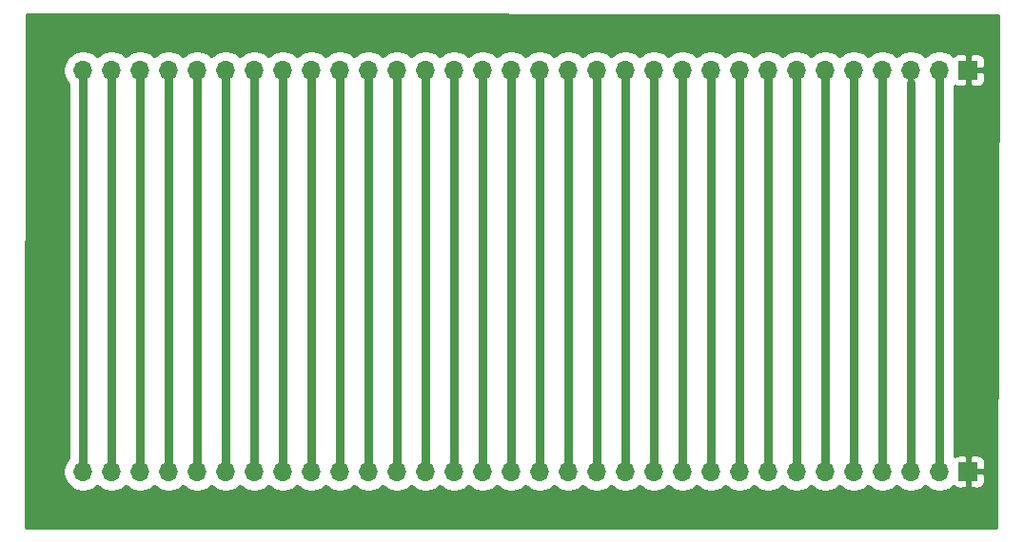
<source format=gbr>
G04 #@! TF.GenerationSoftware,KiCad,Pcbnew,5.1.5+dfsg1-2build2*
G04 #@! TF.CreationDate,2021-03-16T21:46:15-07:00*
G04 #@! TF.ProjectId,soldering-test,736f6c64-6572-4696-9e67-2d746573742e,rev?*
G04 #@! TF.SameCoordinates,Original*
G04 #@! TF.FileFunction,Copper,L1,Top*
G04 #@! TF.FilePolarity,Positive*
%FSLAX46Y46*%
G04 Gerber Fmt 4.6, Leading zero omitted, Abs format (unit mm)*
G04 Created by KiCad (PCBNEW 5.1.5+dfsg1-2build2) date 2021-03-16 21:46:15*
%MOMM*%
%LPD*%
G04 APERTURE LIST*
%ADD10R,1.700000X1.700000*%
%ADD11O,1.700000X1.700000*%
%ADD12C,0.800000*%
%ADD13C,0.250000*%
%ADD14C,0.254000*%
G04 APERTURE END LIST*
D10*
X96459040Y-17805400D03*
D11*
X93919040Y-17805400D03*
X91379040Y-17805400D03*
X88839040Y-17805400D03*
X86299040Y-17805400D03*
X83759040Y-17805400D03*
X81219040Y-17805400D03*
X78679040Y-17805400D03*
X76139040Y-17805400D03*
X73599040Y-17805400D03*
X71059040Y-17805400D03*
X68519040Y-17805400D03*
X65979040Y-17805400D03*
X63439040Y-17805400D03*
X60899040Y-17805400D03*
X58359040Y-17805400D03*
X55819040Y-17805400D03*
X53279040Y-17805400D03*
X50739040Y-17805400D03*
X48199040Y-17805400D03*
X45659040Y-17805400D03*
X43119040Y-17805400D03*
X40579040Y-17805400D03*
X38039040Y-17805400D03*
X35499040Y-17805400D03*
X32959040Y-17805400D03*
X30419040Y-17805400D03*
X27879040Y-17805400D03*
X25339040Y-17805400D03*
X22799040Y-17805400D03*
X20259040Y-17805400D03*
X17719040Y-17805400D03*
D10*
X96453960Y-53545740D03*
D11*
X93913960Y-53545740D03*
X91373960Y-53545740D03*
X88833960Y-53545740D03*
X86293960Y-53545740D03*
X83753960Y-53545740D03*
X81213960Y-53545740D03*
X78673960Y-53545740D03*
X76133960Y-53545740D03*
X73593960Y-53545740D03*
X71053960Y-53545740D03*
X68513960Y-53545740D03*
X65973960Y-53545740D03*
X63433960Y-53545740D03*
X60893960Y-53545740D03*
X58353960Y-53545740D03*
X55813960Y-53545740D03*
X53273960Y-53545740D03*
X50733960Y-53545740D03*
X48193960Y-53545740D03*
X45653960Y-53545740D03*
X43113960Y-53545740D03*
X40573960Y-53545740D03*
X38033960Y-53545740D03*
X35493960Y-53545740D03*
X32953960Y-53545740D03*
X30413960Y-53545740D03*
X27873960Y-53545740D03*
X25333960Y-53545740D03*
X22793960Y-53545740D03*
X20253960Y-53545740D03*
X17713960Y-53545740D03*
D12*
X17719040Y-53540660D02*
X17713960Y-53545740D01*
X17719040Y-17805400D02*
X17719040Y-53540660D01*
X20253960Y-17810480D02*
X20259040Y-17805400D01*
X20253960Y-53545740D02*
X20253960Y-17810480D01*
X22799040Y-53540660D02*
X22793960Y-53545740D01*
X22799040Y-17805400D02*
X22799040Y-53540660D01*
X25333960Y-17810480D02*
X25339040Y-17805400D01*
X25333960Y-53545740D02*
X25333960Y-17810480D01*
X27879040Y-53540660D02*
X27873960Y-53545740D01*
X27879040Y-17805400D02*
X27879040Y-53540660D01*
X30413960Y-17810480D02*
X30419040Y-17805400D01*
X30413960Y-53545740D02*
X30413960Y-17810480D01*
X32959040Y-53540660D02*
X32953960Y-53545740D01*
X32959040Y-17805400D02*
X32959040Y-53540660D01*
X35493960Y-17810480D02*
X35499040Y-17805400D01*
X35493960Y-53545740D02*
X35493960Y-17810480D01*
X38039040Y-53540660D02*
X38033960Y-53545740D01*
X38039040Y-17805400D02*
X38039040Y-53540660D01*
X40573960Y-17810480D02*
X40579040Y-17805400D01*
X40573960Y-53545740D02*
X40573960Y-17810480D01*
X43119040Y-53540660D02*
X43113960Y-53545740D01*
X43119040Y-17805400D02*
X43119040Y-53540660D01*
X45653960Y-17810480D02*
X45659040Y-17805400D01*
X45653960Y-53545740D02*
X45653960Y-17810480D01*
X48199040Y-53540660D02*
X48193960Y-53545740D01*
X48199040Y-17805400D02*
X48199040Y-53540660D01*
X50733960Y-17810480D02*
X50739040Y-17805400D01*
X50733960Y-53545740D02*
X50733960Y-17810480D01*
X53279040Y-53540660D02*
X53273960Y-53545740D01*
X53279040Y-17805400D02*
X53279040Y-53540660D01*
X55813960Y-17810480D02*
X55819040Y-17805400D01*
X55813960Y-53545740D02*
X55813960Y-17810480D01*
X58359040Y-53540660D02*
X58353960Y-53545740D01*
X58359040Y-17805400D02*
X58359040Y-53540660D01*
X60893960Y-17810480D02*
X60899040Y-17805400D01*
X60893960Y-53545740D02*
X60893960Y-17810480D01*
X63439040Y-53540660D02*
X63433960Y-53545740D01*
X63439040Y-17805400D02*
X63439040Y-53540660D01*
X65973960Y-17810480D02*
X65979040Y-17805400D01*
X65973960Y-53545740D02*
X65973960Y-17810480D01*
X68519040Y-53540660D02*
X68513960Y-53545740D01*
X68519040Y-17805400D02*
X68519040Y-53540660D01*
X71053960Y-17810480D02*
X71059040Y-17805400D01*
X71053960Y-53545740D02*
X71053960Y-17810480D01*
X73599040Y-53540660D02*
X73593960Y-53545740D01*
X73599040Y-17805400D02*
X73599040Y-53540660D01*
X76133960Y-17810480D02*
X76139040Y-17805400D01*
X76133960Y-53545740D02*
X76133960Y-17810480D01*
X78679040Y-53540660D02*
X78673960Y-53545740D01*
X78679040Y-17805400D02*
X78679040Y-53540660D01*
X81213960Y-17810480D02*
X81219040Y-17805400D01*
X81213960Y-53545740D02*
X81213960Y-17810480D01*
X83759040Y-53540660D02*
X83753960Y-53545740D01*
X83759040Y-17805400D02*
X83759040Y-53540660D01*
X86293960Y-17810480D02*
X86299040Y-17805400D01*
X86293960Y-53545740D02*
X86293960Y-17810480D01*
X88839040Y-53540660D02*
X88833960Y-53545740D01*
X88839040Y-17805400D02*
X88839040Y-53540660D01*
X91373960Y-53545740D02*
X91373960Y-18900140D01*
X93919040Y-53540660D02*
X93913960Y-53545740D01*
X93919040Y-17805400D02*
X93919040Y-53540660D01*
D13*
X96459040Y-53540660D02*
X96453960Y-53545740D01*
X96459040Y-17805400D02*
X96459040Y-53540660D01*
D14*
G36*
X99161185Y-12918254D02*
G01*
X99012155Y-58536840D01*
X12621569Y-58536840D01*
X12634120Y-53370721D01*
X15936960Y-53370721D01*
X15936960Y-53720759D01*
X16005249Y-54064072D01*
X16139203Y-54387465D01*
X16333674Y-54678511D01*
X16581189Y-54926026D01*
X16872235Y-55120497D01*
X17195628Y-55254451D01*
X17538941Y-55322740D01*
X17888979Y-55322740D01*
X18232292Y-55254451D01*
X18555685Y-55120497D01*
X18846731Y-54926026D01*
X18983960Y-54788797D01*
X19121189Y-54926026D01*
X19412235Y-55120497D01*
X19735628Y-55254451D01*
X20078941Y-55322740D01*
X20428979Y-55322740D01*
X20772292Y-55254451D01*
X21095685Y-55120497D01*
X21386731Y-54926026D01*
X21523960Y-54788797D01*
X21661189Y-54926026D01*
X21952235Y-55120497D01*
X22275628Y-55254451D01*
X22618941Y-55322740D01*
X22968979Y-55322740D01*
X23312292Y-55254451D01*
X23635685Y-55120497D01*
X23926731Y-54926026D01*
X24063960Y-54788797D01*
X24201189Y-54926026D01*
X24492235Y-55120497D01*
X24815628Y-55254451D01*
X25158941Y-55322740D01*
X25508979Y-55322740D01*
X25852292Y-55254451D01*
X26175685Y-55120497D01*
X26466731Y-54926026D01*
X26603960Y-54788797D01*
X26741189Y-54926026D01*
X27032235Y-55120497D01*
X27355628Y-55254451D01*
X27698941Y-55322740D01*
X28048979Y-55322740D01*
X28392292Y-55254451D01*
X28715685Y-55120497D01*
X29006731Y-54926026D01*
X29143960Y-54788797D01*
X29281189Y-54926026D01*
X29572235Y-55120497D01*
X29895628Y-55254451D01*
X30238941Y-55322740D01*
X30588979Y-55322740D01*
X30932292Y-55254451D01*
X31255685Y-55120497D01*
X31546731Y-54926026D01*
X31683960Y-54788797D01*
X31821189Y-54926026D01*
X32112235Y-55120497D01*
X32435628Y-55254451D01*
X32778941Y-55322740D01*
X33128979Y-55322740D01*
X33472292Y-55254451D01*
X33795685Y-55120497D01*
X34086731Y-54926026D01*
X34223960Y-54788797D01*
X34361189Y-54926026D01*
X34652235Y-55120497D01*
X34975628Y-55254451D01*
X35318941Y-55322740D01*
X35668979Y-55322740D01*
X36012292Y-55254451D01*
X36335685Y-55120497D01*
X36626731Y-54926026D01*
X36763960Y-54788797D01*
X36901189Y-54926026D01*
X37192235Y-55120497D01*
X37515628Y-55254451D01*
X37858941Y-55322740D01*
X38208979Y-55322740D01*
X38552292Y-55254451D01*
X38875685Y-55120497D01*
X39166731Y-54926026D01*
X39303960Y-54788797D01*
X39441189Y-54926026D01*
X39732235Y-55120497D01*
X40055628Y-55254451D01*
X40398941Y-55322740D01*
X40748979Y-55322740D01*
X41092292Y-55254451D01*
X41415685Y-55120497D01*
X41706731Y-54926026D01*
X41843960Y-54788797D01*
X41981189Y-54926026D01*
X42272235Y-55120497D01*
X42595628Y-55254451D01*
X42938941Y-55322740D01*
X43288979Y-55322740D01*
X43632292Y-55254451D01*
X43955685Y-55120497D01*
X44246731Y-54926026D01*
X44383960Y-54788797D01*
X44521189Y-54926026D01*
X44812235Y-55120497D01*
X45135628Y-55254451D01*
X45478941Y-55322740D01*
X45828979Y-55322740D01*
X46172292Y-55254451D01*
X46495685Y-55120497D01*
X46786731Y-54926026D01*
X46923960Y-54788797D01*
X47061189Y-54926026D01*
X47352235Y-55120497D01*
X47675628Y-55254451D01*
X48018941Y-55322740D01*
X48368979Y-55322740D01*
X48712292Y-55254451D01*
X49035685Y-55120497D01*
X49326731Y-54926026D01*
X49463960Y-54788797D01*
X49601189Y-54926026D01*
X49892235Y-55120497D01*
X50215628Y-55254451D01*
X50558941Y-55322740D01*
X50908979Y-55322740D01*
X51252292Y-55254451D01*
X51575685Y-55120497D01*
X51866731Y-54926026D01*
X52003960Y-54788797D01*
X52141189Y-54926026D01*
X52432235Y-55120497D01*
X52755628Y-55254451D01*
X53098941Y-55322740D01*
X53448979Y-55322740D01*
X53792292Y-55254451D01*
X54115685Y-55120497D01*
X54406731Y-54926026D01*
X54543960Y-54788797D01*
X54681189Y-54926026D01*
X54972235Y-55120497D01*
X55295628Y-55254451D01*
X55638941Y-55322740D01*
X55988979Y-55322740D01*
X56332292Y-55254451D01*
X56655685Y-55120497D01*
X56946731Y-54926026D01*
X57083960Y-54788797D01*
X57221189Y-54926026D01*
X57512235Y-55120497D01*
X57835628Y-55254451D01*
X58178941Y-55322740D01*
X58528979Y-55322740D01*
X58872292Y-55254451D01*
X59195685Y-55120497D01*
X59486731Y-54926026D01*
X59623960Y-54788797D01*
X59761189Y-54926026D01*
X60052235Y-55120497D01*
X60375628Y-55254451D01*
X60718941Y-55322740D01*
X61068979Y-55322740D01*
X61412292Y-55254451D01*
X61735685Y-55120497D01*
X62026731Y-54926026D01*
X62163960Y-54788797D01*
X62301189Y-54926026D01*
X62592235Y-55120497D01*
X62915628Y-55254451D01*
X63258941Y-55322740D01*
X63608979Y-55322740D01*
X63952292Y-55254451D01*
X64275685Y-55120497D01*
X64566731Y-54926026D01*
X64703960Y-54788797D01*
X64841189Y-54926026D01*
X65132235Y-55120497D01*
X65455628Y-55254451D01*
X65798941Y-55322740D01*
X66148979Y-55322740D01*
X66492292Y-55254451D01*
X66815685Y-55120497D01*
X67106731Y-54926026D01*
X67243960Y-54788797D01*
X67381189Y-54926026D01*
X67672235Y-55120497D01*
X67995628Y-55254451D01*
X68338941Y-55322740D01*
X68688979Y-55322740D01*
X69032292Y-55254451D01*
X69355685Y-55120497D01*
X69646731Y-54926026D01*
X69783960Y-54788797D01*
X69921189Y-54926026D01*
X70212235Y-55120497D01*
X70535628Y-55254451D01*
X70878941Y-55322740D01*
X71228979Y-55322740D01*
X71572292Y-55254451D01*
X71895685Y-55120497D01*
X72186731Y-54926026D01*
X72323960Y-54788797D01*
X72461189Y-54926026D01*
X72752235Y-55120497D01*
X73075628Y-55254451D01*
X73418941Y-55322740D01*
X73768979Y-55322740D01*
X74112292Y-55254451D01*
X74435685Y-55120497D01*
X74726731Y-54926026D01*
X74863960Y-54788797D01*
X75001189Y-54926026D01*
X75292235Y-55120497D01*
X75615628Y-55254451D01*
X75958941Y-55322740D01*
X76308979Y-55322740D01*
X76652292Y-55254451D01*
X76975685Y-55120497D01*
X77266731Y-54926026D01*
X77403960Y-54788797D01*
X77541189Y-54926026D01*
X77832235Y-55120497D01*
X78155628Y-55254451D01*
X78498941Y-55322740D01*
X78848979Y-55322740D01*
X79192292Y-55254451D01*
X79515685Y-55120497D01*
X79806731Y-54926026D01*
X79943960Y-54788797D01*
X80081189Y-54926026D01*
X80372235Y-55120497D01*
X80695628Y-55254451D01*
X81038941Y-55322740D01*
X81388979Y-55322740D01*
X81732292Y-55254451D01*
X82055685Y-55120497D01*
X82346731Y-54926026D01*
X82483960Y-54788797D01*
X82621189Y-54926026D01*
X82912235Y-55120497D01*
X83235628Y-55254451D01*
X83578941Y-55322740D01*
X83928979Y-55322740D01*
X84272292Y-55254451D01*
X84595685Y-55120497D01*
X84886731Y-54926026D01*
X85023960Y-54788797D01*
X85161189Y-54926026D01*
X85452235Y-55120497D01*
X85775628Y-55254451D01*
X86118941Y-55322740D01*
X86468979Y-55322740D01*
X86812292Y-55254451D01*
X87135685Y-55120497D01*
X87426731Y-54926026D01*
X87563960Y-54788797D01*
X87701189Y-54926026D01*
X87992235Y-55120497D01*
X88315628Y-55254451D01*
X88658941Y-55322740D01*
X89008979Y-55322740D01*
X89352292Y-55254451D01*
X89675685Y-55120497D01*
X89966731Y-54926026D01*
X90103960Y-54788797D01*
X90241189Y-54926026D01*
X90532235Y-55120497D01*
X90855628Y-55254451D01*
X91198941Y-55322740D01*
X91548979Y-55322740D01*
X91892292Y-55254451D01*
X92215685Y-55120497D01*
X92506731Y-54926026D01*
X92643960Y-54788797D01*
X92781189Y-54926026D01*
X93072235Y-55120497D01*
X93395628Y-55254451D01*
X93738941Y-55322740D01*
X94088979Y-55322740D01*
X94432292Y-55254451D01*
X94755685Y-55120497D01*
X95046731Y-54926026D01*
X95140630Y-54832127D01*
X95152775Y-54846925D01*
X95249466Y-54926277D01*
X95359780Y-54985242D01*
X95479478Y-55021552D01*
X95603960Y-55033812D01*
X96168210Y-55030740D01*
X96326960Y-54871990D01*
X96326960Y-53672740D01*
X96580960Y-53672740D01*
X96580960Y-54871990D01*
X96739710Y-55030740D01*
X97303960Y-55033812D01*
X97428442Y-55021552D01*
X97548140Y-54985242D01*
X97658454Y-54926277D01*
X97755145Y-54846925D01*
X97834497Y-54750234D01*
X97893462Y-54639920D01*
X97929772Y-54520222D01*
X97942032Y-54395740D01*
X97938960Y-53831490D01*
X97780210Y-53672740D01*
X96580960Y-53672740D01*
X96326960Y-53672740D01*
X96306960Y-53672740D01*
X96306960Y-53418740D01*
X96326960Y-53418740D01*
X96326960Y-52219490D01*
X96580960Y-52219490D01*
X96580960Y-53418740D01*
X97780210Y-53418740D01*
X97938960Y-53259990D01*
X97942032Y-52695740D01*
X97929772Y-52571258D01*
X97893462Y-52451560D01*
X97834497Y-52341246D01*
X97755145Y-52244555D01*
X97658454Y-52165203D01*
X97548140Y-52106238D01*
X97428442Y-52069928D01*
X97303960Y-52057668D01*
X96739710Y-52060740D01*
X96580960Y-52219490D01*
X96326960Y-52219490D01*
X96168210Y-52060740D01*
X95603960Y-52057668D01*
X95479478Y-52069928D01*
X95359780Y-52106238D01*
X95249466Y-52165203D01*
X95246040Y-52168015D01*
X95246040Y-19178956D01*
X95254546Y-19185937D01*
X95364860Y-19244902D01*
X95484558Y-19281212D01*
X95609040Y-19293472D01*
X96173290Y-19290400D01*
X96332040Y-19131650D01*
X96332040Y-17932400D01*
X96586040Y-17932400D01*
X96586040Y-19131650D01*
X96744790Y-19290400D01*
X97309040Y-19293472D01*
X97433522Y-19281212D01*
X97553220Y-19244902D01*
X97663534Y-19185937D01*
X97760225Y-19106585D01*
X97839577Y-19009894D01*
X97898542Y-18899580D01*
X97934852Y-18779882D01*
X97947112Y-18655400D01*
X97944040Y-18091150D01*
X97785290Y-17932400D01*
X96586040Y-17932400D01*
X96332040Y-17932400D01*
X96312040Y-17932400D01*
X96312040Y-17678400D01*
X96332040Y-17678400D01*
X96332040Y-16479150D01*
X96586040Y-16479150D01*
X96586040Y-17678400D01*
X97785290Y-17678400D01*
X97944040Y-17519650D01*
X97947112Y-16955400D01*
X97934852Y-16830918D01*
X97898542Y-16711220D01*
X97839577Y-16600906D01*
X97760225Y-16504215D01*
X97663534Y-16424863D01*
X97553220Y-16365898D01*
X97433522Y-16329588D01*
X97309040Y-16317328D01*
X96744790Y-16320400D01*
X96586040Y-16479150D01*
X96332040Y-16479150D01*
X96173290Y-16320400D01*
X95609040Y-16317328D01*
X95484558Y-16329588D01*
X95364860Y-16365898D01*
X95254546Y-16424863D01*
X95157855Y-16504215D01*
X95145710Y-16519013D01*
X95051811Y-16425114D01*
X94760765Y-16230643D01*
X94437372Y-16096689D01*
X94094059Y-16028400D01*
X93744021Y-16028400D01*
X93400708Y-16096689D01*
X93077315Y-16230643D01*
X92786269Y-16425114D01*
X92649040Y-16562343D01*
X92511811Y-16425114D01*
X92220765Y-16230643D01*
X91897372Y-16096689D01*
X91554059Y-16028400D01*
X91204021Y-16028400D01*
X90860708Y-16096689D01*
X90537315Y-16230643D01*
X90246269Y-16425114D01*
X90109040Y-16562343D01*
X89971811Y-16425114D01*
X89680765Y-16230643D01*
X89357372Y-16096689D01*
X89014059Y-16028400D01*
X88664021Y-16028400D01*
X88320708Y-16096689D01*
X87997315Y-16230643D01*
X87706269Y-16425114D01*
X87569040Y-16562343D01*
X87431811Y-16425114D01*
X87140765Y-16230643D01*
X86817372Y-16096689D01*
X86474059Y-16028400D01*
X86124021Y-16028400D01*
X85780708Y-16096689D01*
X85457315Y-16230643D01*
X85166269Y-16425114D01*
X85029040Y-16562343D01*
X84891811Y-16425114D01*
X84600765Y-16230643D01*
X84277372Y-16096689D01*
X83934059Y-16028400D01*
X83584021Y-16028400D01*
X83240708Y-16096689D01*
X82917315Y-16230643D01*
X82626269Y-16425114D01*
X82489040Y-16562343D01*
X82351811Y-16425114D01*
X82060765Y-16230643D01*
X81737372Y-16096689D01*
X81394059Y-16028400D01*
X81044021Y-16028400D01*
X80700708Y-16096689D01*
X80377315Y-16230643D01*
X80086269Y-16425114D01*
X79949040Y-16562343D01*
X79811811Y-16425114D01*
X79520765Y-16230643D01*
X79197372Y-16096689D01*
X78854059Y-16028400D01*
X78504021Y-16028400D01*
X78160708Y-16096689D01*
X77837315Y-16230643D01*
X77546269Y-16425114D01*
X77409040Y-16562343D01*
X77271811Y-16425114D01*
X76980765Y-16230643D01*
X76657372Y-16096689D01*
X76314059Y-16028400D01*
X75964021Y-16028400D01*
X75620708Y-16096689D01*
X75297315Y-16230643D01*
X75006269Y-16425114D01*
X74869040Y-16562343D01*
X74731811Y-16425114D01*
X74440765Y-16230643D01*
X74117372Y-16096689D01*
X73774059Y-16028400D01*
X73424021Y-16028400D01*
X73080708Y-16096689D01*
X72757315Y-16230643D01*
X72466269Y-16425114D01*
X72329040Y-16562343D01*
X72191811Y-16425114D01*
X71900765Y-16230643D01*
X71577372Y-16096689D01*
X71234059Y-16028400D01*
X70884021Y-16028400D01*
X70540708Y-16096689D01*
X70217315Y-16230643D01*
X69926269Y-16425114D01*
X69789040Y-16562343D01*
X69651811Y-16425114D01*
X69360765Y-16230643D01*
X69037372Y-16096689D01*
X68694059Y-16028400D01*
X68344021Y-16028400D01*
X68000708Y-16096689D01*
X67677315Y-16230643D01*
X67386269Y-16425114D01*
X67249040Y-16562343D01*
X67111811Y-16425114D01*
X66820765Y-16230643D01*
X66497372Y-16096689D01*
X66154059Y-16028400D01*
X65804021Y-16028400D01*
X65460708Y-16096689D01*
X65137315Y-16230643D01*
X64846269Y-16425114D01*
X64709040Y-16562343D01*
X64571811Y-16425114D01*
X64280765Y-16230643D01*
X63957372Y-16096689D01*
X63614059Y-16028400D01*
X63264021Y-16028400D01*
X62920708Y-16096689D01*
X62597315Y-16230643D01*
X62306269Y-16425114D01*
X62169040Y-16562343D01*
X62031811Y-16425114D01*
X61740765Y-16230643D01*
X61417372Y-16096689D01*
X61074059Y-16028400D01*
X60724021Y-16028400D01*
X60380708Y-16096689D01*
X60057315Y-16230643D01*
X59766269Y-16425114D01*
X59629040Y-16562343D01*
X59491811Y-16425114D01*
X59200765Y-16230643D01*
X58877372Y-16096689D01*
X58534059Y-16028400D01*
X58184021Y-16028400D01*
X57840708Y-16096689D01*
X57517315Y-16230643D01*
X57226269Y-16425114D01*
X57089040Y-16562343D01*
X56951811Y-16425114D01*
X56660765Y-16230643D01*
X56337372Y-16096689D01*
X55994059Y-16028400D01*
X55644021Y-16028400D01*
X55300708Y-16096689D01*
X54977315Y-16230643D01*
X54686269Y-16425114D01*
X54549040Y-16562343D01*
X54411811Y-16425114D01*
X54120765Y-16230643D01*
X53797372Y-16096689D01*
X53454059Y-16028400D01*
X53104021Y-16028400D01*
X52760708Y-16096689D01*
X52437315Y-16230643D01*
X52146269Y-16425114D01*
X52009040Y-16562343D01*
X51871811Y-16425114D01*
X51580765Y-16230643D01*
X51257372Y-16096689D01*
X50914059Y-16028400D01*
X50564021Y-16028400D01*
X50220708Y-16096689D01*
X49897315Y-16230643D01*
X49606269Y-16425114D01*
X49469040Y-16562343D01*
X49331811Y-16425114D01*
X49040765Y-16230643D01*
X48717372Y-16096689D01*
X48374059Y-16028400D01*
X48024021Y-16028400D01*
X47680708Y-16096689D01*
X47357315Y-16230643D01*
X47066269Y-16425114D01*
X46929040Y-16562343D01*
X46791811Y-16425114D01*
X46500765Y-16230643D01*
X46177372Y-16096689D01*
X45834059Y-16028400D01*
X45484021Y-16028400D01*
X45140708Y-16096689D01*
X44817315Y-16230643D01*
X44526269Y-16425114D01*
X44389040Y-16562343D01*
X44251811Y-16425114D01*
X43960765Y-16230643D01*
X43637372Y-16096689D01*
X43294059Y-16028400D01*
X42944021Y-16028400D01*
X42600708Y-16096689D01*
X42277315Y-16230643D01*
X41986269Y-16425114D01*
X41849040Y-16562343D01*
X41711811Y-16425114D01*
X41420765Y-16230643D01*
X41097372Y-16096689D01*
X40754059Y-16028400D01*
X40404021Y-16028400D01*
X40060708Y-16096689D01*
X39737315Y-16230643D01*
X39446269Y-16425114D01*
X39309040Y-16562343D01*
X39171811Y-16425114D01*
X38880765Y-16230643D01*
X38557372Y-16096689D01*
X38214059Y-16028400D01*
X37864021Y-16028400D01*
X37520708Y-16096689D01*
X37197315Y-16230643D01*
X36906269Y-16425114D01*
X36769040Y-16562343D01*
X36631811Y-16425114D01*
X36340765Y-16230643D01*
X36017372Y-16096689D01*
X35674059Y-16028400D01*
X35324021Y-16028400D01*
X34980708Y-16096689D01*
X34657315Y-16230643D01*
X34366269Y-16425114D01*
X34229040Y-16562343D01*
X34091811Y-16425114D01*
X33800765Y-16230643D01*
X33477372Y-16096689D01*
X33134059Y-16028400D01*
X32784021Y-16028400D01*
X32440708Y-16096689D01*
X32117315Y-16230643D01*
X31826269Y-16425114D01*
X31689040Y-16562343D01*
X31551811Y-16425114D01*
X31260765Y-16230643D01*
X30937372Y-16096689D01*
X30594059Y-16028400D01*
X30244021Y-16028400D01*
X29900708Y-16096689D01*
X29577315Y-16230643D01*
X29286269Y-16425114D01*
X29149040Y-16562343D01*
X29011811Y-16425114D01*
X28720765Y-16230643D01*
X28397372Y-16096689D01*
X28054059Y-16028400D01*
X27704021Y-16028400D01*
X27360708Y-16096689D01*
X27037315Y-16230643D01*
X26746269Y-16425114D01*
X26609040Y-16562343D01*
X26471811Y-16425114D01*
X26180765Y-16230643D01*
X25857372Y-16096689D01*
X25514059Y-16028400D01*
X25164021Y-16028400D01*
X24820708Y-16096689D01*
X24497315Y-16230643D01*
X24206269Y-16425114D01*
X24069040Y-16562343D01*
X23931811Y-16425114D01*
X23640765Y-16230643D01*
X23317372Y-16096689D01*
X22974059Y-16028400D01*
X22624021Y-16028400D01*
X22280708Y-16096689D01*
X21957315Y-16230643D01*
X21666269Y-16425114D01*
X21529040Y-16562343D01*
X21391811Y-16425114D01*
X21100765Y-16230643D01*
X20777372Y-16096689D01*
X20434059Y-16028400D01*
X20084021Y-16028400D01*
X19740708Y-16096689D01*
X19417315Y-16230643D01*
X19126269Y-16425114D01*
X18989040Y-16562343D01*
X18851811Y-16425114D01*
X18560765Y-16230643D01*
X18237372Y-16096689D01*
X17894059Y-16028400D01*
X17544021Y-16028400D01*
X17200708Y-16096689D01*
X16877315Y-16230643D01*
X16586269Y-16425114D01*
X16338754Y-16672629D01*
X16144283Y-16963675D01*
X16010329Y-17287068D01*
X15942040Y-17630381D01*
X15942040Y-17980419D01*
X16010329Y-18323732D01*
X16144283Y-18647125D01*
X16338754Y-18938171D01*
X16392040Y-18991457D01*
X16392041Y-52354602D01*
X16333674Y-52412969D01*
X16139203Y-52704015D01*
X16005249Y-53027408D01*
X15936960Y-53370721D01*
X12634120Y-53370721D01*
X12732712Y-12791626D01*
X99161185Y-12918254D01*
G37*
X99161185Y-12918254D02*
X99012155Y-58536840D01*
X12621569Y-58536840D01*
X12634120Y-53370721D01*
X15936960Y-53370721D01*
X15936960Y-53720759D01*
X16005249Y-54064072D01*
X16139203Y-54387465D01*
X16333674Y-54678511D01*
X16581189Y-54926026D01*
X16872235Y-55120497D01*
X17195628Y-55254451D01*
X17538941Y-55322740D01*
X17888979Y-55322740D01*
X18232292Y-55254451D01*
X18555685Y-55120497D01*
X18846731Y-54926026D01*
X18983960Y-54788797D01*
X19121189Y-54926026D01*
X19412235Y-55120497D01*
X19735628Y-55254451D01*
X20078941Y-55322740D01*
X20428979Y-55322740D01*
X20772292Y-55254451D01*
X21095685Y-55120497D01*
X21386731Y-54926026D01*
X21523960Y-54788797D01*
X21661189Y-54926026D01*
X21952235Y-55120497D01*
X22275628Y-55254451D01*
X22618941Y-55322740D01*
X22968979Y-55322740D01*
X23312292Y-55254451D01*
X23635685Y-55120497D01*
X23926731Y-54926026D01*
X24063960Y-54788797D01*
X24201189Y-54926026D01*
X24492235Y-55120497D01*
X24815628Y-55254451D01*
X25158941Y-55322740D01*
X25508979Y-55322740D01*
X25852292Y-55254451D01*
X26175685Y-55120497D01*
X26466731Y-54926026D01*
X26603960Y-54788797D01*
X26741189Y-54926026D01*
X27032235Y-55120497D01*
X27355628Y-55254451D01*
X27698941Y-55322740D01*
X28048979Y-55322740D01*
X28392292Y-55254451D01*
X28715685Y-55120497D01*
X29006731Y-54926026D01*
X29143960Y-54788797D01*
X29281189Y-54926026D01*
X29572235Y-55120497D01*
X29895628Y-55254451D01*
X30238941Y-55322740D01*
X30588979Y-55322740D01*
X30932292Y-55254451D01*
X31255685Y-55120497D01*
X31546731Y-54926026D01*
X31683960Y-54788797D01*
X31821189Y-54926026D01*
X32112235Y-55120497D01*
X32435628Y-55254451D01*
X32778941Y-55322740D01*
X33128979Y-55322740D01*
X33472292Y-55254451D01*
X33795685Y-55120497D01*
X34086731Y-54926026D01*
X34223960Y-54788797D01*
X34361189Y-54926026D01*
X34652235Y-55120497D01*
X34975628Y-55254451D01*
X35318941Y-55322740D01*
X35668979Y-55322740D01*
X36012292Y-55254451D01*
X36335685Y-55120497D01*
X36626731Y-54926026D01*
X36763960Y-54788797D01*
X36901189Y-54926026D01*
X37192235Y-55120497D01*
X37515628Y-55254451D01*
X37858941Y-55322740D01*
X38208979Y-55322740D01*
X38552292Y-55254451D01*
X38875685Y-55120497D01*
X39166731Y-54926026D01*
X39303960Y-54788797D01*
X39441189Y-54926026D01*
X39732235Y-55120497D01*
X40055628Y-55254451D01*
X40398941Y-55322740D01*
X40748979Y-55322740D01*
X41092292Y-55254451D01*
X41415685Y-55120497D01*
X41706731Y-54926026D01*
X41843960Y-54788797D01*
X41981189Y-54926026D01*
X42272235Y-55120497D01*
X42595628Y-55254451D01*
X42938941Y-55322740D01*
X43288979Y-55322740D01*
X43632292Y-55254451D01*
X43955685Y-55120497D01*
X44246731Y-54926026D01*
X44383960Y-54788797D01*
X44521189Y-54926026D01*
X44812235Y-55120497D01*
X45135628Y-55254451D01*
X45478941Y-55322740D01*
X45828979Y-55322740D01*
X46172292Y-55254451D01*
X46495685Y-55120497D01*
X46786731Y-54926026D01*
X46923960Y-54788797D01*
X47061189Y-54926026D01*
X47352235Y-55120497D01*
X47675628Y-55254451D01*
X48018941Y-55322740D01*
X48368979Y-55322740D01*
X48712292Y-55254451D01*
X49035685Y-55120497D01*
X49326731Y-54926026D01*
X49463960Y-54788797D01*
X49601189Y-54926026D01*
X49892235Y-55120497D01*
X50215628Y-55254451D01*
X50558941Y-55322740D01*
X50908979Y-55322740D01*
X51252292Y-55254451D01*
X51575685Y-55120497D01*
X51866731Y-54926026D01*
X52003960Y-54788797D01*
X52141189Y-54926026D01*
X52432235Y-55120497D01*
X52755628Y-55254451D01*
X53098941Y-55322740D01*
X53448979Y-55322740D01*
X53792292Y-55254451D01*
X54115685Y-55120497D01*
X54406731Y-54926026D01*
X54543960Y-54788797D01*
X54681189Y-54926026D01*
X54972235Y-55120497D01*
X55295628Y-55254451D01*
X55638941Y-55322740D01*
X55988979Y-55322740D01*
X56332292Y-55254451D01*
X56655685Y-55120497D01*
X56946731Y-54926026D01*
X57083960Y-54788797D01*
X57221189Y-54926026D01*
X57512235Y-55120497D01*
X57835628Y-55254451D01*
X58178941Y-55322740D01*
X58528979Y-55322740D01*
X58872292Y-55254451D01*
X59195685Y-55120497D01*
X59486731Y-54926026D01*
X59623960Y-54788797D01*
X59761189Y-54926026D01*
X60052235Y-55120497D01*
X60375628Y-55254451D01*
X60718941Y-55322740D01*
X61068979Y-55322740D01*
X61412292Y-55254451D01*
X61735685Y-55120497D01*
X62026731Y-54926026D01*
X62163960Y-54788797D01*
X62301189Y-54926026D01*
X62592235Y-55120497D01*
X62915628Y-55254451D01*
X63258941Y-55322740D01*
X63608979Y-55322740D01*
X63952292Y-55254451D01*
X64275685Y-55120497D01*
X64566731Y-54926026D01*
X64703960Y-54788797D01*
X64841189Y-54926026D01*
X65132235Y-55120497D01*
X65455628Y-55254451D01*
X65798941Y-55322740D01*
X66148979Y-55322740D01*
X66492292Y-55254451D01*
X66815685Y-55120497D01*
X67106731Y-54926026D01*
X67243960Y-54788797D01*
X67381189Y-54926026D01*
X67672235Y-55120497D01*
X67995628Y-55254451D01*
X68338941Y-55322740D01*
X68688979Y-55322740D01*
X69032292Y-55254451D01*
X69355685Y-55120497D01*
X69646731Y-54926026D01*
X69783960Y-54788797D01*
X69921189Y-54926026D01*
X70212235Y-55120497D01*
X70535628Y-55254451D01*
X70878941Y-55322740D01*
X71228979Y-55322740D01*
X71572292Y-55254451D01*
X71895685Y-55120497D01*
X72186731Y-54926026D01*
X72323960Y-54788797D01*
X72461189Y-54926026D01*
X72752235Y-55120497D01*
X73075628Y-55254451D01*
X73418941Y-55322740D01*
X73768979Y-55322740D01*
X74112292Y-55254451D01*
X74435685Y-55120497D01*
X74726731Y-54926026D01*
X74863960Y-54788797D01*
X75001189Y-54926026D01*
X75292235Y-55120497D01*
X75615628Y-55254451D01*
X75958941Y-55322740D01*
X76308979Y-55322740D01*
X76652292Y-55254451D01*
X76975685Y-55120497D01*
X77266731Y-54926026D01*
X77403960Y-54788797D01*
X77541189Y-54926026D01*
X77832235Y-55120497D01*
X78155628Y-55254451D01*
X78498941Y-55322740D01*
X78848979Y-55322740D01*
X79192292Y-55254451D01*
X79515685Y-55120497D01*
X79806731Y-54926026D01*
X79943960Y-54788797D01*
X80081189Y-54926026D01*
X80372235Y-55120497D01*
X80695628Y-55254451D01*
X81038941Y-55322740D01*
X81388979Y-55322740D01*
X81732292Y-55254451D01*
X82055685Y-55120497D01*
X82346731Y-54926026D01*
X82483960Y-54788797D01*
X82621189Y-54926026D01*
X82912235Y-55120497D01*
X83235628Y-55254451D01*
X83578941Y-55322740D01*
X83928979Y-55322740D01*
X84272292Y-55254451D01*
X84595685Y-55120497D01*
X84886731Y-54926026D01*
X85023960Y-54788797D01*
X85161189Y-54926026D01*
X85452235Y-55120497D01*
X85775628Y-55254451D01*
X86118941Y-55322740D01*
X86468979Y-55322740D01*
X86812292Y-55254451D01*
X87135685Y-55120497D01*
X87426731Y-54926026D01*
X87563960Y-54788797D01*
X87701189Y-54926026D01*
X87992235Y-55120497D01*
X88315628Y-55254451D01*
X88658941Y-55322740D01*
X89008979Y-55322740D01*
X89352292Y-55254451D01*
X89675685Y-55120497D01*
X89966731Y-54926026D01*
X90103960Y-54788797D01*
X90241189Y-54926026D01*
X90532235Y-55120497D01*
X90855628Y-55254451D01*
X91198941Y-55322740D01*
X91548979Y-55322740D01*
X91892292Y-55254451D01*
X92215685Y-55120497D01*
X92506731Y-54926026D01*
X92643960Y-54788797D01*
X92781189Y-54926026D01*
X93072235Y-55120497D01*
X93395628Y-55254451D01*
X93738941Y-55322740D01*
X94088979Y-55322740D01*
X94432292Y-55254451D01*
X94755685Y-55120497D01*
X95046731Y-54926026D01*
X95140630Y-54832127D01*
X95152775Y-54846925D01*
X95249466Y-54926277D01*
X95359780Y-54985242D01*
X95479478Y-55021552D01*
X95603960Y-55033812D01*
X96168210Y-55030740D01*
X96326960Y-54871990D01*
X96326960Y-53672740D01*
X96580960Y-53672740D01*
X96580960Y-54871990D01*
X96739710Y-55030740D01*
X97303960Y-55033812D01*
X97428442Y-55021552D01*
X97548140Y-54985242D01*
X97658454Y-54926277D01*
X97755145Y-54846925D01*
X97834497Y-54750234D01*
X97893462Y-54639920D01*
X97929772Y-54520222D01*
X97942032Y-54395740D01*
X97938960Y-53831490D01*
X97780210Y-53672740D01*
X96580960Y-53672740D01*
X96326960Y-53672740D01*
X96306960Y-53672740D01*
X96306960Y-53418740D01*
X96326960Y-53418740D01*
X96326960Y-52219490D01*
X96580960Y-52219490D01*
X96580960Y-53418740D01*
X97780210Y-53418740D01*
X97938960Y-53259990D01*
X97942032Y-52695740D01*
X97929772Y-52571258D01*
X97893462Y-52451560D01*
X97834497Y-52341246D01*
X97755145Y-52244555D01*
X97658454Y-52165203D01*
X97548140Y-52106238D01*
X97428442Y-52069928D01*
X97303960Y-52057668D01*
X96739710Y-52060740D01*
X96580960Y-52219490D01*
X96326960Y-52219490D01*
X96168210Y-52060740D01*
X95603960Y-52057668D01*
X95479478Y-52069928D01*
X95359780Y-52106238D01*
X95249466Y-52165203D01*
X95246040Y-52168015D01*
X95246040Y-19178956D01*
X95254546Y-19185937D01*
X95364860Y-19244902D01*
X95484558Y-19281212D01*
X95609040Y-19293472D01*
X96173290Y-19290400D01*
X96332040Y-19131650D01*
X96332040Y-17932400D01*
X96586040Y-17932400D01*
X96586040Y-19131650D01*
X96744790Y-19290400D01*
X97309040Y-19293472D01*
X97433522Y-19281212D01*
X97553220Y-19244902D01*
X97663534Y-19185937D01*
X97760225Y-19106585D01*
X97839577Y-19009894D01*
X97898542Y-18899580D01*
X97934852Y-18779882D01*
X97947112Y-18655400D01*
X97944040Y-18091150D01*
X97785290Y-17932400D01*
X96586040Y-17932400D01*
X96332040Y-17932400D01*
X96312040Y-17932400D01*
X96312040Y-17678400D01*
X96332040Y-17678400D01*
X96332040Y-16479150D01*
X96586040Y-16479150D01*
X96586040Y-17678400D01*
X97785290Y-17678400D01*
X97944040Y-17519650D01*
X97947112Y-16955400D01*
X97934852Y-16830918D01*
X97898542Y-16711220D01*
X97839577Y-16600906D01*
X97760225Y-16504215D01*
X97663534Y-16424863D01*
X97553220Y-16365898D01*
X97433522Y-16329588D01*
X97309040Y-16317328D01*
X96744790Y-16320400D01*
X96586040Y-16479150D01*
X96332040Y-16479150D01*
X96173290Y-16320400D01*
X95609040Y-16317328D01*
X95484558Y-16329588D01*
X95364860Y-16365898D01*
X95254546Y-16424863D01*
X95157855Y-16504215D01*
X95145710Y-16519013D01*
X95051811Y-16425114D01*
X94760765Y-16230643D01*
X94437372Y-16096689D01*
X94094059Y-16028400D01*
X93744021Y-16028400D01*
X93400708Y-16096689D01*
X93077315Y-16230643D01*
X92786269Y-16425114D01*
X92649040Y-16562343D01*
X92511811Y-16425114D01*
X92220765Y-16230643D01*
X91897372Y-16096689D01*
X91554059Y-16028400D01*
X91204021Y-16028400D01*
X90860708Y-16096689D01*
X90537315Y-16230643D01*
X90246269Y-16425114D01*
X90109040Y-16562343D01*
X89971811Y-16425114D01*
X89680765Y-16230643D01*
X89357372Y-16096689D01*
X89014059Y-16028400D01*
X88664021Y-16028400D01*
X88320708Y-16096689D01*
X87997315Y-16230643D01*
X87706269Y-16425114D01*
X87569040Y-16562343D01*
X87431811Y-16425114D01*
X87140765Y-16230643D01*
X86817372Y-16096689D01*
X86474059Y-16028400D01*
X86124021Y-16028400D01*
X85780708Y-16096689D01*
X85457315Y-16230643D01*
X85166269Y-16425114D01*
X85029040Y-16562343D01*
X84891811Y-16425114D01*
X84600765Y-16230643D01*
X84277372Y-16096689D01*
X83934059Y-16028400D01*
X83584021Y-16028400D01*
X83240708Y-16096689D01*
X82917315Y-16230643D01*
X82626269Y-16425114D01*
X82489040Y-16562343D01*
X82351811Y-16425114D01*
X82060765Y-16230643D01*
X81737372Y-16096689D01*
X81394059Y-16028400D01*
X81044021Y-16028400D01*
X80700708Y-16096689D01*
X80377315Y-16230643D01*
X80086269Y-16425114D01*
X79949040Y-16562343D01*
X79811811Y-16425114D01*
X79520765Y-16230643D01*
X79197372Y-16096689D01*
X78854059Y-16028400D01*
X78504021Y-16028400D01*
X78160708Y-16096689D01*
X77837315Y-16230643D01*
X77546269Y-16425114D01*
X77409040Y-16562343D01*
X77271811Y-16425114D01*
X76980765Y-16230643D01*
X76657372Y-16096689D01*
X76314059Y-16028400D01*
X75964021Y-16028400D01*
X75620708Y-16096689D01*
X75297315Y-16230643D01*
X75006269Y-16425114D01*
X74869040Y-16562343D01*
X74731811Y-16425114D01*
X74440765Y-16230643D01*
X74117372Y-16096689D01*
X73774059Y-16028400D01*
X73424021Y-16028400D01*
X73080708Y-16096689D01*
X72757315Y-16230643D01*
X72466269Y-16425114D01*
X72329040Y-16562343D01*
X72191811Y-16425114D01*
X71900765Y-16230643D01*
X71577372Y-16096689D01*
X71234059Y-16028400D01*
X70884021Y-16028400D01*
X70540708Y-16096689D01*
X70217315Y-16230643D01*
X69926269Y-16425114D01*
X69789040Y-16562343D01*
X69651811Y-16425114D01*
X69360765Y-16230643D01*
X69037372Y-16096689D01*
X68694059Y-16028400D01*
X68344021Y-16028400D01*
X68000708Y-16096689D01*
X67677315Y-16230643D01*
X67386269Y-16425114D01*
X67249040Y-16562343D01*
X67111811Y-16425114D01*
X66820765Y-16230643D01*
X66497372Y-16096689D01*
X66154059Y-16028400D01*
X65804021Y-16028400D01*
X65460708Y-16096689D01*
X65137315Y-16230643D01*
X64846269Y-16425114D01*
X64709040Y-16562343D01*
X64571811Y-16425114D01*
X64280765Y-16230643D01*
X63957372Y-16096689D01*
X63614059Y-16028400D01*
X63264021Y-16028400D01*
X62920708Y-16096689D01*
X62597315Y-16230643D01*
X62306269Y-16425114D01*
X62169040Y-16562343D01*
X62031811Y-16425114D01*
X61740765Y-16230643D01*
X61417372Y-16096689D01*
X61074059Y-16028400D01*
X60724021Y-16028400D01*
X60380708Y-16096689D01*
X60057315Y-16230643D01*
X59766269Y-16425114D01*
X59629040Y-16562343D01*
X59491811Y-16425114D01*
X59200765Y-16230643D01*
X58877372Y-16096689D01*
X58534059Y-16028400D01*
X58184021Y-16028400D01*
X57840708Y-16096689D01*
X57517315Y-16230643D01*
X57226269Y-16425114D01*
X57089040Y-16562343D01*
X56951811Y-16425114D01*
X56660765Y-16230643D01*
X56337372Y-16096689D01*
X55994059Y-16028400D01*
X55644021Y-16028400D01*
X55300708Y-16096689D01*
X54977315Y-16230643D01*
X54686269Y-16425114D01*
X54549040Y-16562343D01*
X54411811Y-16425114D01*
X54120765Y-16230643D01*
X53797372Y-16096689D01*
X53454059Y-16028400D01*
X53104021Y-16028400D01*
X52760708Y-16096689D01*
X52437315Y-16230643D01*
X52146269Y-16425114D01*
X52009040Y-16562343D01*
X51871811Y-16425114D01*
X51580765Y-16230643D01*
X51257372Y-16096689D01*
X50914059Y-16028400D01*
X50564021Y-16028400D01*
X50220708Y-16096689D01*
X49897315Y-16230643D01*
X49606269Y-16425114D01*
X49469040Y-16562343D01*
X49331811Y-16425114D01*
X49040765Y-16230643D01*
X48717372Y-16096689D01*
X48374059Y-16028400D01*
X48024021Y-16028400D01*
X47680708Y-16096689D01*
X47357315Y-16230643D01*
X47066269Y-16425114D01*
X46929040Y-16562343D01*
X46791811Y-16425114D01*
X46500765Y-16230643D01*
X46177372Y-16096689D01*
X45834059Y-16028400D01*
X45484021Y-16028400D01*
X45140708Y-16096689D01*
X44817315Y-16230643D01*
X44526269Y-16425114D01*
X44389040Y-16562343D01*
X44251811Y-16425114D01*
X43960765Y-16230643D01*
X43637372Y-16096689D01*
X43294059Y-16028400D01*
X42944021Y-16028400D01*
X42600708Y-16096689D01*
X42277315Y-16230643D01*
X41986269Y-16425114D01*
X41849040Y-16562343D01*
X41711811Y-16425114D01*
X41420765Y-16230643D01*
X41097372Y-16096689D01*
X40754059Y-16028400D01*
X40404021Y-16028400D01*
X40060708Y-16096689D01*
X39737315Y-16230643D01*
X39446269Y-16425114D01*
X39309040Y-16562343D01*
X39171811Y-16425114D01*
X38880765Y-16230643D01*
X38557372Y-16096689D01*
X38214059Y-16028400D01*
X37864021Y-16028400D01*
X37520708Y-16096689D01*
X37197315Y-16230643D01*
X36906269Y-16425114D01*
X36769040Y-16562343D01*
X36631811Y-16425114D01*
X36340765Y-16230643D01*
X36017372Y-16096689D01*
X35674059Y-16028400D01*
X35324021Y-16028400D01*
X34980708Y-16096689D01*
X34657315Y-16230643D01*
X34366269Y-16425114D01*
X34229040Y-16562343D01*
X34091811Y-16425114D01*
X33800765Y-16230643D01*
X33477372Y-16096689D01*
X33134059Y-16028400D01*
X32784021Y-16028400D01*
X32440708Y-16096689D01*
X32117315Y-16230643D01*
X31826269Y-16425114D01*
X31689040Y-16562343D01*
X31551811Y-16425114D01*
X31260765Y-16230643D01*
X30937372Y-16096689D01*
X30594059Y-16028400D01*
X30244021Y-16028400D01*
X29900708Y-16096689D01*
X29577315Y-16230643D01*
X29286269Y-16425114D01*
X29149040Y-16562343D01*
X29011811Y-16425114D01*
X28720765Y-16230643D01*
X28397372Y-16096689D01*
X28054059Y-16028400D01*
X27704021Y-16028400D01*
X27360708Y-16096689D01*
X27037315Y-16230643D01*
X26746269Y-16425114D01*
X26609040Y-16562343D01*
X26471811Y-16425114D01*
X26180765Y-16230643D01*
X25857372Y-16096689D01*
X25514059Y-16028400D01*
X25164021Y-16028400D01*
X24820708Y-16096689D01*
X24497315Y-16230643D01*
X24206269Y-16425114D01*
X24069040Y-16562343D01*
X23931811Y-16425114D01*
X23640765Y-16230643D01*
X23317372Y-16096689D01*
X22974059Y-16028400D01*
X22624021Y-16028400D01*
X22280708Y-16096689D01*
X21957315Y-16230643D01*
X21666269Y-16425114D01*
X21529040Y-16562343D01*
X21391811Y-16425114D01*
X21100765Y-16230643D01*
X20777372Y-16096689D01*
X20434059Y-16028400D01*
X20084021Y-16028400D01*
X19740708Y-16096689D01*
X19417315Y-16230643D01*
X19126269Y-16425114D01*
X18989040Y-16562343D01*
X18851811Y-16425114D01*
X18560765Y-16230643D01*
X18237372Y-16096689D01*
X17894059Y-16028400D01*
X17544021Y-16028400D01*
X17200708Y-16096689D01*
X16877315Y-16230643D01*
X16586269Y-16425114D01*
X16338754Y-16672629D01*
X16144283Y-16963675D01*
X16010329Y-17287068D01*
X15942040Y-17630381D01*
X15942040Y-17980419D01*
X16010329Y-18323732D01*
X16144283Y-18647125D01*
X16338754Y-18938171D01*
X16392040Y-18991457D01*
X16392041Y-52354602D01*
X16333674Y-52412969D01*
X16139203Y-52704015D01*
X16005249Y-53027408D01*
X15936960Y-53370721D01*
X12634120Y-53370721D01*
X12732712Y-12791626D01*
X99161185Y-12918254D01*
M02*

</source>
